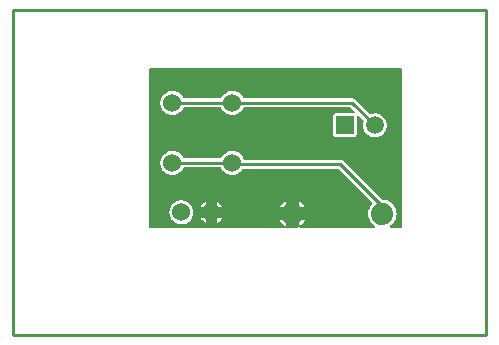
<source format=gtl>
G04 Layer: TopLayer*
G04 EasyEDA v6.4.31, 2022-01-29 17:29:22*
G04 67aa8dcb152247358fa929708868e3bd,10*
G04 Gerber Generator version 0.2*
G04 Scale: 100 percent, Rotated: No, Reflected: No *
G04 Dimensions in millimeters *
G04 leading zeros omitted , absolute positions ,4 integer and 5 decimal *
%FSLAX45Y45*%
%MOMM*%

%ADD10C,0.2540*%
%ADD11C,1.5240*%
%ADD12C,1.8796*%
%ADD13C,1.4986*%

%LPD*%
G36*
X736092Y3425901D02*
G01*
X732180Y3426663D01*
X728878Y3428898D01*
X726694Y3432200D01*
X725932Y3436061D01*
X725932Y4763922D01*
X726694Y4767834D01*
X728878Y4771136D01*
X732180Y4773320D01*
X736092Y4774082D01*
X2863951Y4774082D01*
X2867812Y4773320D01*
X2871114Y4771136D01*
X2873298Y4767834D01*
X2874111Y4763922D01*
X2874111Y3436061D01*
X2873298Y3432200D01*
X2871114Y3428898D01*
X2867812Y3426663D01*
X2863951Y3425901D01*
X2778506Y3425901D01*
X2774391Y3426764D01*
X2770987Y3429203D01*
X2768854Y3432860D01*
X2768396Y3437026D01*
X2769616Y3440988D01*
X2772359Y3444189D01*
X2783078Y3452266D01*
X2793695Y3462528D01*
X2802940Y3474059D01*
X2810713Y3486607D01*
X2816860Y3500018D01*
X2821330Y3514039D01*
X2824073Y3528568D01*
X2824988Y3543300D01*
X2824073Y3558032D01*
X2821330Y3572560D01*
X2816860Y3586581D01*
X2810713Y3599992D01*
X2802940Y3612540D01*
X2793695Y3624072D01*
X2783078Y3634333D01*
X2771292Y3643223D01*
X2758541Y3650589D01*
X2744927Y3656329D01*
X2730754Y3660394D01*
X2716174Y3662679D01*
X2707487Y3662934D01*
X2703779Y3663746D01*
X2700578Y3665880D01*
X2377135Y3989324D01*
X2370937Y3994454D01*
X2364232Y3998010D01*
X2357018Y4000195D01*
X2348992Y4001008D01*
X1541170Y4001008D01*
X1537106Y4001871D01*
X1533702Y4004259D01*
X1531569Y4007815D01*
X1529080Y4014978D01*
X1522933Y4027119D01*
X1515211Y4038346D01*
X1506067Y4048506D01*
X1495653Y4057294D01*
X1484172Y4064609D01*
X1471777Y4070350D01*
X1458772Y4074414D01*
X1445310Y4076649D01*
X1431696Y4077106D01*
X1418132Y4075785D01*
X1404874Y4072585D01*
X1392123Y4067708D01*
X1380185Y4061155D01*
X1369212Y4053078D01*
X1359408Y4043578D01*
X1350924Y4032859D01*
X1341272Y4016654D01*
X1337970Y4014470D01*
X1334109Y4013708D01*
X1027988Y4013708D01*
X1024331Y4014368D01*
X1021130Y4016349D01*
X1018895Y4019296D01*
X1014933Y4027119D01*
X1007211Y4038346D01*
X998067Y4048506D01*
X987653Y4057294D01*
X976172Y4064609D01*
X963777Y4070350D01*
X950772Y4074414D01*
X937310Y4076649D01*
X923696Y4077106D01*
X910132Y4075785D01*
X896874Y4072585D01*
X884123Y4067708D01*
X872185Y4061155D01*
X861212Y4053078D01*
X851408Y4043578D01*
X842924Y4032859D01*
X835964Y4021124D01*
X830681Y4008577D01*
X827074Y3995420D01*
X825246Y3981907D01*
X825246Y3968292D01*
X827074Y3954779D01*
X830681Y3941622D01*
X835964Y3929075D01*
X842924Y3917340D01*
X851408Y3906621D01*
X861212Y3897122D01*
X872185Y3889044D01*
X884123Y3882491D01*
X896874Y3877614D01*
X910132Y3874414D01*
X923696Y3873093D01*
X937310Y3873550D01*
X950772Y3875786D01*
X963777Y3879850D01*
X976172Y3885590D01*
X987653Y3892905D01*
X998067Y3901694D01*
X1007211Y3911854D01*
X1014933Y3923080D01*
X1018895Y3930904D01*
X1021130Y3933850D01*
X1024331Y3935831D01*
X1027988Y3936492D01*
X1334109Y3936492D01*
X1337970Y3935729D01*
X1341272Y3933545D01*
X1350924Y3917340D01*
X1359408Y3906621D01*
X1369212Y3897122D01*
X1380185Y3889044D01*
X1392123Y3882491D01*
X1404874Y3877614D01*
X1418132Y3874414D01*
X1431696Y3873093D01*
X1445310Y3873550D01*
X1458772Y3875786D01*
X1471777Y3879850D01*
X1484172Y3885590D01*
X1495653Y3892905D01*
X1506067Y3901694D01*
X1515211Y3911854D01*
X1520393Y3919372D01*
X1522679Y3921760D01*
X1525574Y3923284D01*
X1528775Y3923792D01*
X2329281Y3923792D01*
X2333193Y3923029D01*
X2336495Y3920794D01*
X2617774Y3639515D01*
X2619959Y3636314D01*
X2620772Y3632555D01*
X2620111Y3628745D01*
X2618130Y3625494D01*
X2611729Y3618433D01*
X2603195Y3606393D01*
X2596184Y3593388D01*
X2590850Y3579622D01*
X2587294Y3565347D01*
X2585466Y3550665D01*
X2585466Y3535934D01*
X2587294Y3521252D01*
X2590850Y3506978D01*
X2596184Y3493211D01*
X2603195Y3480206D01*
X2611729Y3468166D01*
X2621635Y3457244D01*
X2632862Y3447643D01*
X2637536Y3444544D01*
X2640533Y3441446D01*
X2642006Y3437432D01*
X2641650Y3433114D01*
X2639568Y3429355D01*
X2636113Y3426815D01*
X2631948Y3425901D01*
X2016506Y3425901D01*
X2012391Y3426764D01*
X2008987Y3429203D01*
X2006854Y3432860D01*
X2006396Y3437026D01*
X2007616Y3440988D01*
X2010359Y3444189D01*
X2021078Y3452266D01*
X2031695Y3462528D01*
X2040940Y3474059D01*
X2048713Y3486607D01*
X2050237Y3489960D01*
X1996439Y3489960D01*
X1996439Y3436061D01*
X1995678Y3432200D01*
X1993442Y3428898D01*
X1990191Y3426663D01*
X1986280Y3425901D01*
X1899920Y3425901D01*
X1896008Y3426663D01*
X1892757Y3428898D01*
X1890522Y3432200D01*
X1889760Y3436061D01*
X1889760Y3489960D01*
X1835962Y3489960D01*
X1841195Y3480206D01*
X1849729Y3468166D01*
X1859635Y3457244D01*
X1870862Y3447643D01*
X1875536Y3444544D01*
X1878533Y3441446D01*
X1880006Y3437432D01*
X1879650Y3433114D01*
X1877568Y3429355D01*
X1874113Y3426815D01*
X1869948Y3425901D01*
G37*

%LPC*%
G36*
X999896Y3453993D02*
G01*
X1013510Y3454450D01*
X1026972Y3456686D01*
X1039977Y3460750D01*
X1052372Y3466490D01*
X1063853Y3473805D01*
X1074267Y3482594D01*
X1083411Y3492754D01*
X1091133Y3503980D01*
X1097280Y3516122D01*
X1101750Y3529025D01*
X1104493Y3542385D01*
X1105408Y3556000D01*
X1104493Y3569614D01*
X1101750Y3582974D01*
X1097280Y3595878D01*
X1091133Y3608019D01*
X1083411Y3619246D01*
X1074267Y3629406D01*
X1063853Y3638194D01*
X1052372Y3645509D01*
X1039977Y3651250D01*
X1026972Y3655314D01*
X1013510Y3657549D01*
X999896Y3658006D01*
X986332Y3656685D01*
X973074Y3653485D01*
X960323Y3648608D01*
X948385Y3642055D01*
X937412Y3633978D01*
X927608Y3624478D01*
X919124Y3613759D01*
X912164Y3602024D01*
X906881Y3589477D01*
X903274Y3576320D01*
X901446Y3562807D01*
X901446Y3549192D01*
X903274Y3535679D01*
X906881Y3522522D01*
X912164Y3509975D01*
X919124Y3498240D01*
X927608Y3487521D01*
X937412Y3478022D01*
X948385Y3469944D01*
X960323Y3463391D01*
X973074Y3458514D01*
X986332Y3455314D01*
G37*
G36*
X1212850Y3464204D02*
G01*
X1212850Y3511550D01*
X1165504Y3511550D01*
X1166164Y3509975D01*
X1173124Y3498240D01*
X1181608Y3487521D01*
X1191412Y3478022D01*
X1202385Y3469944D01*
G37*
G36*
X1301750Y3464356D02*
G01*
X1306372Y3466490D01*
X1317853Y3473805D01*
X1328267Y3482594D01*
X1337411Y3492754D01*
X1345133Y3503980D01*
X1348943Y3511550D01*
X1301750Y3511550D01*
G37*
G36*
X1835962Y3596640D02*
G01*
X1889760Y3596640D01*
X1889760Y3650386D01*
X1883156Y3647084D01*
X1870862Y3638956D01*
X1859635Y3629355D01*
X1849729Y3618433D01*
X1841195Y3606393D01*
G37*
G36*
X1996439Y3596640D02*
G01*
X2050237Y3596640D01*
X2048713Y3599992D01*
X2040940Y3612540D01*
X2031695Y3624072D01*
X2021078Y3634333D01*
X2009292Y3643223D01*
X1996439Y3650640D01*
G37*
G36*
X1301750Y3600450D02*
G01*
X1348943Y3600450D01*
X1345133Y3608019D01*
X1337411Y3619246D01*
X1328267Y3629406D01*
X1317853Y3638194D01*
X1306372Y3645509D01*
X1301750Y3647643D01*
G37*
G36*
X1165504Y3600450D02*
G01*
X1212850Y3600450D01*
X1212850Y3647795D01*
X1202385Y3642055D01*
X1191412Y3633978D01*
X1181608Y3624478D01*
X1173124Y3613759D01*
X1166164Y3602024D01*
G37*
G36*
X2313228Y4191762D02*
G01*
X2461971Y4191762D01*
X2468270Y4192473D01*
X2473756Y4194403D01*
X2478633Y4197451D01*
X2482748Y4201566D01*
X2485796Y4206443D01*
X2487726Y4211929D01*
X2488438Y4218228D01*
X2488438Y4366615D01*
X2489200Y4370527D01*
X2491435Y4373829D01*
X2494686Y4376013D01*
X2498598Y4376775D01*
X2502509Y4376013D01*
X2505760Y4373829D01*
X2543810Y4335780D01*
X2545842Y4332884D01*
X2546756Y4329430D01*
X2546451Y4325924D01*
X2542794Y4312666D01*
X2541016Y4299356D01*
X2541016Y4285843D01*
X2542794Y4272534D01*
X2546350Y4259529D01*
X2551633Y4247134D01*
X2558491Y4235551D01*
X2566822Y4224985D01*
X2576525Y4215587D01*
X2587345Y4207611D01*
X2599182Y4201160D01*
X2611729Y4196334D01*
X2624836Y4193184D01*
X2638247Y4191863D01*
X2651709Y4192270D01*
X2664968Y4194556D01*
X2677820Y4198518D01*
X2690063Y4204208D01*
X2701391Y4211421D01*
X2711704Y4220108D01*
X2720695Y4230116D01*
X2728366Y4241241D01*
X2734411Y4253230D01*
X2738831Y4265980D01*
X2741523Y4279138D01*
X2742438Y4292600D01*
X2741523Y4306062D01*
X2738831Y4319219D01*
X2734411Y4331970D01*
X2728366Y4343958D01*
X2720695Y4355084D01*
X2711704Y4365091D01*
X2701391Y4373778D01*
X2690063Y4380992D01*
X2677820Y4386681D01*
X2664968Y4390644D01*
X2651709Y4392930D01*
X2638247Y4393336D01*
X2624836Y4392015D01*
X2611729Y4388866D01*
X2609342Y4387951D01*
X2605532Y4387291D01*
X2601722Y4388104D01*
X2598521Y4390288D01*
X2478735Y4510024D01*
X2472537Y4515154D01*
X2465832Y4518710D01*
X2458618Y4520895D01*
X2450592Y4521708D01*
X1535988Y4521708D01*
X1532331Y4522368D01*
X1529130Y4524349D01*
X1526895Y4527296D01*
X1522933Y4535119D01*
X1515211Y4546346D01*
X1506067Y4556506D01*
X1495653Y4565294D01*
X1484172Y4572609D01*
X1471777Y4578350D01*
X1458772Y4582414D01*
X1445310Y4584649D01*
X1431696Y4585106D01*
X1418132Y4583785D01*
X1404874Y4580585D01*
X1392123Y4575708D01*
X1380185Y4569155D01*
X1369212Y4561078D01*
X1359408Y4551578D01*
X1350924Y4540859D01*
X1341272Y4524654D01*
X1337970Y4522470D01*
X1334109Y4521708D01*
X1027988Y4521708D01*
X1024331Y4522368D01*
X1021130Y4524349D01*
X1018895Y4527296D01*
X1014933Y4535119D01*
X1007211Y4546346D01*
X998067Y4556506D01*
X987653Y4565294D01*
X976172Y4572609D01*
X963777Y4578350D01*
X950772Y4582414D01*
X937310Y4584649D01*
X923696Y4585106D01*
X910132Y4583785D01*
X896874Y4580585D01*
X884123Y4575708D01*
X872185Y4569155D01*
X861212Y4561078D01*
X851408Y4551578D01*
X842924Y4540859D01*
X835964Y4529124D01*
X830681Y4516577D01*
X827074Y4503420D01*
X825246Y4489907D01*
X825246Y4476292D01*
X827074Y4462780D01*
X830681Y4449622D01*
X835964Y4437075D01*
X842924Y4425340D01*
X851408Y4414621D01*
X861212Y4405122D01*
X872185Y4397044D01*
X884123Y4390491D01*
X896874Y4385614D01*
X910132Y4382414D01*
X923696Y4381093D01*
X937310Y4381550D01*
X950772Y4383786D01*
X963777Y4387850D01*
X976172Y4393590D01*
X987653Y4400905D01*
X998067Y4409694D01*
X1007211Y4419854D01*
X1014933Y4431080D01*
X1018895Y4438904D01*
X1021130Y4441850D01*
X1024331Y4443831D01*
X1027988Y4444492D01*
X1334109Y4444492D01*
X1337970Y4443730D01*
X1341272Y4441545D01*
X1350924Y4425340D01*
X1359408Y4414621D01*
X1369212Y4405122D01*
X1380185Y4397044D01*
X1392123Y4390491D01*
X1404874Y4385614D01*
X1418132Y4382414D01*
X1431696Y4381093D01*
X1445310Y4381550D01*
X1458772Y4383786D01*
X1471777Y4387850D01*
X1484172Y4393590D01*
X1495653Y4400905D01*
X1506067Y4409694D01*
X1515211Y4419854D01*
X1522933Y4431080D01*
X1526895Y4438904D01*
X1529130Y4441850D01*
X1532331Y4443831D01*
X1535988Y4444492D01*
X2430881Y4444492D01*
X2434793Y4443730D01*
X2438095Y4441494D01*
X2468829Y4410760D01*
X2471013Y4407509D01*
X2471775Y4403598D01*
X2471013Y4399686D01*
X2468829Y4396435D01*
X2465527Y4394200D01*
X2461615Y4393438D01*
X2313228Y4393438D01*
X2306929Y4392726D01*
X2301443Y4390796D01*
X2296566Y4387748D01*
X2292451Y4383633D01*
X2289403Y4378756D01*
X2287473Y4373270D01*
X2286762Y4366971D01*
X2286762Y4218228D01*
X2287473Y4211929D01*
X2289403Y4206443D01*
X2292451Y4201566D01*
X2296566Y4197451D01*
X2301443Y4194403D01*
X2306929Y4192473D01*
G37*

%LPD*%
D10*
X1435100Y3975100D02*
G01*
X927100Y3975100D01*
X1435100Y4483100D02*
G01*
X927100Y4483100D01*
X2641600Y4292600D02*
G01*
X2451100Y4483100D01*
X1435100Y4483100D01*
X2705100Y3543300D02*
G01*
X2705100Y3606800D01*
X2349500Y3962400D01*
X1447800Y3962400D01*
X1435100Y3975100D01*
X1257300Y3556000D02*
G01*
X1930400Y3556000D01*
X1943100Y3543300D01*
X-419100Y5270500D02*
G01*
X3581400Y5270500D01*
X3581400Y2514600D01*
X-419100Y2514600D01*
X-419100Y5270500D01*
D11*
G01*
X1435100Y4483100D03*
G01*
X1435100Y3975100D03*
G01*
X927100Y3975100D03*
G01*
X927100Y4483100D03*
D12*
G01*
X1943100Y3543300D03*
G01*
X2705100Y3543300D03*
D11*
G01*
X1003300Y3556000D03*
G01*
X1257300Y3556000D03*
D13*
G01*
X2641600Y4292600D03*
G36*
X2312670Y4367529D02*
G01*
X2462529Y4367529D01*
X2462529Y4217670D01*
X2312670Y4217670D01*
G37*
M02*

</source>
